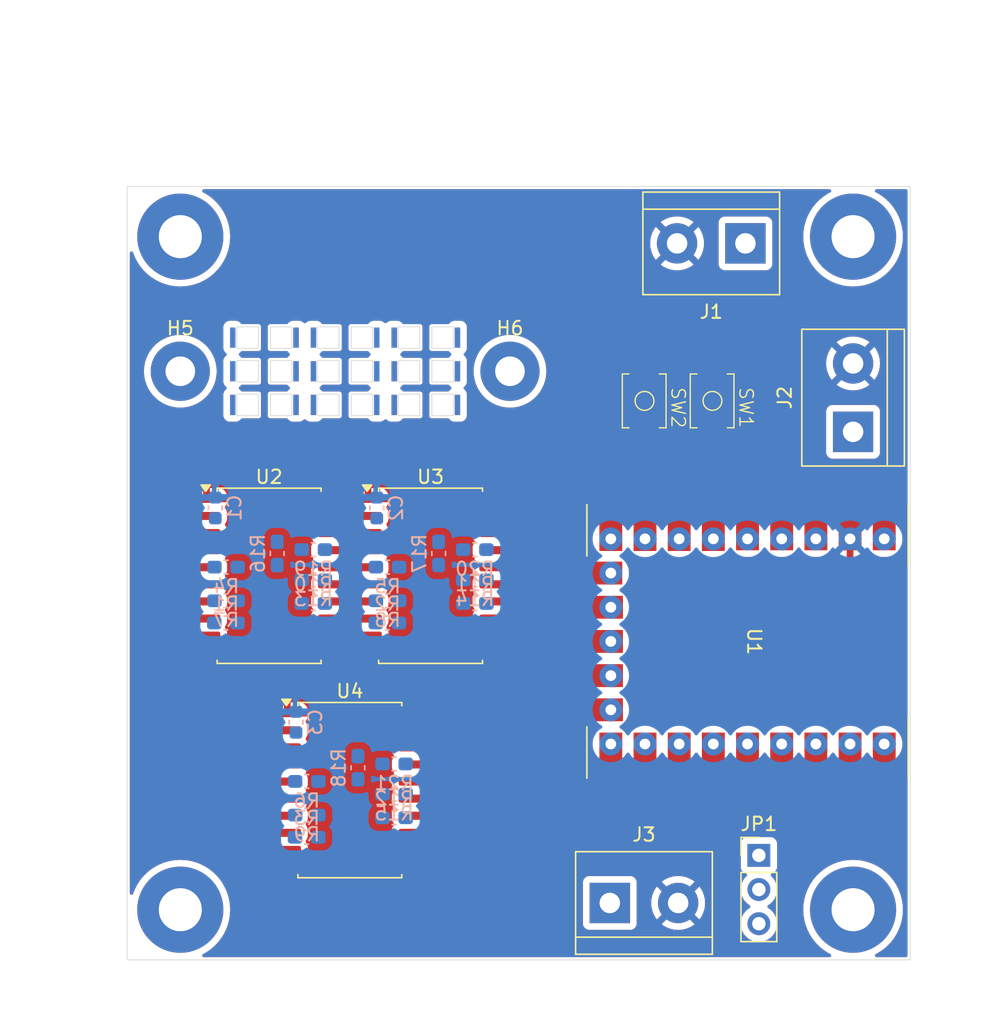
<source format=kicad_pcb>
(kicad_pcb (version 20240108) (generator "pcbnew") (generator_version "8.0")
  (layers (0 "F.Cu" signal) (31 "B.Cu" signal) (34 "B.Paste" user) (35 "F.Paste" user) (36 "B.SilkS" user "B.Silkscreen") (37 "F.SilkS" user "F.Silkscreen") (38 "B.Mask" user) (39 "F.Mask" user) (44 "Edge.Cuts" user))
  (net 0 "")
  (net 1 "GND")
  (net 2 "VDC")
  (net 3 "/Braille_Cell/DOT1_B")
  (net 4 "/Braille_Cell/DOT1_A")
  (net 5 "/Braille_Cell1/DOT1_A")
  (net 6 "/Braille_Cell1/DOT1_B")
  (net 7 "/Braille_Cell2/DOT1_B")
  (net 8 "/Braille_Cell2/DOT1_A")
  (net 9 "/Braille_Cell/DOT2_B")
  (net 10 "/Braille_Cell/DOT2_A")
  (net 11 "/Braille_Cell1/DOT2_A")
  (net 12 "/Braille_Cell1/DOT2_B")
  (net 13 "/Braille_Cell2/DOT2_A")
  (net 14 "/Braille_Cell2/DOT2_B")
  (net 15 "/Braille_Cell/DOT3_B")
  (net 16 "/Braille_Cell/DOT3_A")
  (net 17 "/Braille_Cell1/DOT3_B")
  (net 18 "/Braille_Cell1/DOT3_A")
  (net 19 "/Braille_Cell2/DOT3_A")
  (net 20 "/Braille_Cell2/DOT3_B")
  (net 21 "/Braille_Cell/DOT6_B")
  (net 22 "/Braille_Cell/DOT6_A")
  (net 23 "/Braille_Cell1/DOT6_A")
  (net 24 "/Braille_Cell1/DOT6_B")
  (net 25 "/Braille_Cell2/DOT6_A")
  (net 26 "/Braille_Cell2/DOT6_B")
  (net 27 "+5V")
  (net 28 "+3V3")
  (net 29 "Net-(J3-Pin_1)")
  (net 30 "Net-(U2-~{SRCLR})")
  (net 31 "Net-(U3-~{SRCLR})")
  (net 32 "Net-(U4-~{SRCLR})")
  (net 37 "/SHIFT_G")
  (net 42 "/SHIFT_SRCK")
  (net 50 "/SHIFT_SER_IN")
  (net 52 "/SHIFT_RCLK")
  (net 65 "/Braille_Cell/SER_OUT")
  (net 66 "/Braille_Cell1/SER_OUT")
  (net 67 "/Braille_Cell2/SER_OUT")
  (net 74 "Net-(L1-Pad2)")
  (net 75 "Net-(L2-Pad2)")
  (net 76 "Net-(L3-Pad2)")
  (net 77 "Net-(L4-Pad2)")
  (net 78 "Net-(L5-Pad2)")
  (net 79 "Net-(L6-Pad2)")
  (net 80 "Net-(L7-Pad2)")
  (net 81 "Net-(L8-Pad2)")
  (net 82 "Net-(L9-Pad2)")
  (net 83 "Net-(L10-Pad2)")
  (net 84 "Net-(L11-Pad2)")
  (net 85 "Net-(L12-Pad2)")
  (net 86 "Net-(L13-Pad2)")
  (net 87 "Net-(L14-Pad2)")
  (net 88 "Net-(L15-Pad2)")
  (net 89 "Net-(L16-Pad2)")
  (net 90 "Net-(L17-Pad2)")
  (net 91 "Net-(L18-Pad2)")
  (net 92 "/SW_1")
  (net 93 "/SW_2")
  (footprint "00-project-footprint-lib:Inductor_0805_2012Metric_SMD_Vertical_Square" (layer "F.Cu") (at 102.5 105)
    (property "Reference" "L6" (hide yes))
    (property "Value" "L" (hide yes))
    (fp_rect (start -0.8 -0.8) (end 0.8 0.8) (stroke (width 0.05)) (fill none) (layer "Edge.Cuts"))
    (pad "1" smd rect (at 1.1 0) (size 0.4 1.5) (layers "F.Cu" "F.Paste" "F.Mask") (net 22 "/Braille_Cell/DOT6_A"))
    (pad "2" smd rect (at 1.1 0) (size 0.4 1.5) (layers "B.Cu" "B.Paste" "B.Mask") (net 79 "Net-(L6-Pad2)"))
  )
  (footprint "00-project-footprint-lib:Inductor_0805_2012Metric_SMD_Vertical_Square" (layer "F.Cu") (at 112 102.5 180)
    (property "Reference" "L8" (hide yes))
    (property "Value" "L" (hide yes))
    (fp_rect (start -0.8 -0.8) (end 0.8 0.8) (stroke (width 0.05)) (fill none) (layer "Edge.Cuts"))
    (pad "1" smd rect (at 1.1 0 180) (size 0.4 1.5) (layers "F.Cu" "F.Paste" "F.Mask") (net 11 "/Braille_Cell1/DOT2_A"))
    (pad "2" smd rect (at 1.1 0 180) (size 0.4 1.5) (layers "B.Cu" "B.Paste" "B.Mask") (net 81 "Net-(L8-Pad2)"))
  )
  (footprint "00-project-footprint-lib:Inductor_0805_2012Metric_SMD_Vertical_Square" (layer "F.Cu") (at 106 105 180)
    (property "Reference" "L15" (hide yes))
    (property "Value" "L" (hide yes))
    (fp_rect (start -0.8 -0.8) (end 0.8 0.8) (stroke (width 0.05)) (fill none) (layer "Edge.Cuts"))
    (pad "1" smd rect (at 1.1 0 180) (size 0.4 1.5) (layers "F.Cu" "F.Paste" "F.Mask") (net 19 "/Braille_Cell2/DOT3_A"))
    (pad "2" smd rect (at 1.1 0 180) (size 0.4 1.5) (layers "B.Cu" "B.Paste" "B.Mask") (net 88 "Net-(L15-Pad2)"))
  )
  (footprint "00-project-footprint-lib:PushButtonSMD_2.93x3.9" (layer "F.Cu") (at 129.5 104.7 -90)
    (property "Reference" "SW2" (at 0.5 -2.5 -90) (layer "F.SilkS") (effects (font (thickness 0.1))))
    (property "Value" "SW_Push")
    (pad "1" smd roundrect (at -2 0 270) (size 2.286 2) (layers "F.Cu" "F.Paste" "F.Mask") (net 1 "GND"))
    (pad "2" smd roundrect (at 2 0 270) (size 2.286 2) (layers "F.Cu" "F.Paste" "F.Mask") (net 93 "/SW_2"))
  )
  (footprint "Connector_PinHeader_2.54mm:PinHeader_1x03_P2.54mm_Vertical" (layer "F.Cu") (at 138 138.46)
    (property "Reference" "JP1" (at 0 -2.33 0) (layer "F.SilkS"))
    (property "Value" "SolderJumper_3_Open")
    (pad "1" thru_hole rect (at 0 0) (size 1.7 1.7) (drill 1) (layers "*.Cu" "*.Mask") (net 27 "+5V"))
    (pad "2" thru_hole oval (at 0 2.54) (size 1.7 1.7) (drill 1) (layers "*.Cu" "*.Mask") (net 2 "VDC"))
    (pad "3" thru_hole oval (at 0 5.08) (size 1.7 1.7) (drill 1) (layers "*.Cu" "*.Mask") (net 29 "Net-(J3-Pin_1)"))
  )
  (footprint "Package_SO:SOIC-20W_7.5x12.8mm_P1.27mm" (layer "F.Cu") (at 101.6 117.695)
    (property "Reference" "U2" (at 0 -7.35 0) (layer "F.SilkS"))
    (property "Value" "TPIC6595")
    (pad "1" smd roundrect (at -4.65 -5.715) (size 2.05 0.6) (layers "F.Cu" "F.Paste" "F.Mask") (net 1 "GND"))
    (pad "2" smd roundrect (at -4.65 -4.445) (size 2.05 0.6) (layers "F.Cu" "F.Paste" "F.Mask") (net 2 "VDC"))
    (pad "3" smd roundrect (at -4.65 -3.175) (size 2.05 0.6) (layers "F.Cu" "F.Paste" "F.Mask") (net 50 "/SHIFT_SER_IN"))
    (pad "4" smd roundrect (at -4.65 -1.905) (size 2.05 0.6) (layers "F.Cu" "F.Paste" "F.Mask") (net 4 "/Braille_Cell/DOT1_A"))
    (pad "5" smd roundrect (at -4.65 -0.635) (size 2.05 0.6) (layers "F.Cu" "F.Paste" "F.Mask") (net 3 "/Braille_Cell/DOT1_B"))
    (pad "6" smd roundrect (at -4.65 0.635) (size 2.05 0.6) (layers "F.Cu" "F.Paste" "F.Mask") (net 10 "/Braille_Cell/DOT2_A"))
    (pad "7" smd roundrect (at -4.65 1.905) (size 2.05 0.6) (layers "F.Cu" "F.Paste" "F.Mask") (net 9 "/Braille_Cell/DOT2_B"))
    (pad "8" smd roundrect (at -4.65 3.175) (size 2.05 0.6) (layers "F.Cu" "F.Paste" "F.Mask") (net 30 "Net-(U2-~{SRCLR})"))
    (pad "9" smd roundrect (at -4.65 4.445) (size 2.05 0.6) (layers "F.Cu" "F.Paste" "F.Mask") (net 37 "/SHIFT_G"))
    (pad "10" smd roundrect (at -4.65 5.715) (size 2.05 0.6) (layers "F.Cu" "F.Paste" "F.Mask") (net 1 "GND"))
    (pad "11" smd roundrect (at 4.65 5.715) (size 2.05 0.6) (layers "F.Cu" "F.Paste" "F.Mask") (net 1 "GND"))
    (pad "12" smd roundrect (at 4.65 4.445) (size 2.05 0.6) (layers "F.Cu" "F.Paste" "F.Mask") (net 52 "/SHIFT_RCLK"))
    (pad "13" smd roundrect (at 4.65 3.175) (size 2.05 0.6) (layers "F.Cu" "F.Paste" "F.Mask") (net 42 "/SHIFT_SRCK"))
    (pad "14" smd roundrect (at 4.65 1.905) (size 2.05 0.6) (layers "F.Cu" "F.Paste" "F.Mask") (net 15 "/Braille_Cell/DOT3_B"))
    (pad "15" smd roundrect (at 4.65 0.635) (size 2.05 0.6) (layers "F.Cu" "F.Paste" "F.Mask") (net 16 "/Braille_Cell/DOT3_A"))
    (pad "16" smd roundrect (at 4.65 -0.635) (size 2.05 0.6) (layers "F.Cu" "F.Paste" "F.Mask") (net 22 "/Braille_Cell/DOT6_A"))
    (pad "17" smd roundrect (at 4.65 -1.905) (size 2.05 0.6) (layers "F.Cu" "F.Paste" "F.Mask") (net 21 "/Braille_Cell/DOT6_B"))
    (pad "18" smd roundrect (at 4.65 -3.175) (size 2.05 0.6) (layers "F.Cu" "F.Paste" "F.Mask") (net 65 "/Braille_Cell/SER_OUT"))
    (pad "19" smd roundrect (at 4.65 -4.445) (size 2.05 0.6) (layers "F.Cu" "F.Paste" "F.Mask") (net 1 "GND"))
    (pad "20" smd roundrect (at 4.65 -5.715) (size 2.05 0.6) (layers "F.Cu" "F.Paste" "F.Mask") (net 1 "GND"))
  )
  (footprint "00-project-footprint-lib:Inductor_0805_2012Metric_SMD_Vertical_Square" (layer "F.Cu") (at 114.5 100)
    (property "Reference" "L10" (hide yes))
    (property "Value" "L" (hide yes))
    (fp_rect (start -0.8 -0.8) (end 0.8 0.8) (stroke (width 0.05)) (fill none) (layer "Edge.Cuts"))
    (pad "1" smd rect (at 1.1 0) (size 0.4 1.5) (layers "F.Cu" "F.Paste" "F.Mask") (net 17 "/Braille_Cell1/DOT3_B"))
    (pad "2" smd rect (at 1.1 0) (size 0.4 1.5) (layers "B.Cu" "B.Paste" "B.Mask") (net 83 "Net-(L10-Pad2)"))
  )
  (footprint "00-project-footprint-lib:Inductor_0805_2012Metric_SMD_Vertical_Square" (layer "F.Cu") (at 100 100 180)
    (property "Reference" "L1" (hide yes))
    (property "Value" "L" (hide yes))
    (fp_rect (start -0.8 -0.8) (end 0.8 0.8) (stroke (width 0.05)) (fill none) (layer "Edge.Cuts"))
    (pad "1" smd rect (at 1.1 0 180) (size 0.4 1.5) (layers "F.Cu" "F.Paste" "F.Mask") (net 4 "/Braille_Cell/DOT1_A"))
    (pad "2" smd rect (at 1.1 0 180) (size 0.4 1.5) (layers "B.Cu" "B.Paste" "B.Mask") (net 74 "Net-(L1-Pad2)"))
  )
  (footprint "TerminalBlock:TerminalBlock_bornier-2_P5.08mm" (layer "F.Cu") (at 137 93 180)
    (property "Reference" "J1" (at 2.54 -5.08 0) (layer "F.SilkS"))
    (property "Value" "Screw_Terminal_01x02")
    (pad "1" thru_hole rect (at 0 0 180) (size 3 3) (drill 1.52) (layers "*.Cu" "*.Mask") (net 27 "+5V"))
    (pad "2" thru_hole circle (at 5.08 0 180) (size 3 3) (drill 1.52) (layers "*.Cu" "*.Mask") (net 1 "GND"))
  )
  (footprint "00-project-footprint-lib:Inductor_0805_2012Metric_SMD_Vertical_Square" (layer "F.Cu") (at 102.5 100)
    (property "Reference" "L4" (hide yes))
    (property "Value" "L" (hide yes))
    (fp_rect (start -0.8 -0.8) (end 0.8 0.8) (stroke (width 0.05)) (fill none) (layer "Edge.Cuts"))
    (pad "1" smd rect (at 1.1 0) (size 0.4 1.5) (layers "F.Cu" "F.Paste" "F.Mask") (net 15 "/Braille_Cell/DOT3_B"))
    (pad "2" smd rect (at 1.1 0) (size 0.4 1.5) (layers "B.Cu" "B.Paste" "B.Mask") (net 77 "Net-(L4-Pad2)"))
  )
  (footprint "00-project-footprint-lib:Inductor_0805_2012Metric_SMD_Vertical_Square" (layer "F.Cu") (at 114.5 102.5)
    (property "Reference" "L11" (hide yes))
    (property "Value" "L" (hide yes))
    (fp_rect (start -0.8 -0.8) (end 0.8 0.8) (stroke (width 0.05)) (fill none) (layer "Edge.Cuts"))
    (pad "1" smd rect (at 1.1 0) (size 0.4 1.5) (layers "F.Cu" "F.Paste" "F.Mask") (net 17 "/Braille_Cell1/DOT3_B"))
    (pad "2" smd rect (at 1.1 0) (size 0.4 1.5) (layers "B.Cu" "B.Paste" "B.Mask") (net 84 "Net-(L11-Pad2)"))
  )
  (footprint "MountingHole:MountingHole_2.2mm_M2_Pad" (layer "F.Cu") (at 119.5 102.5)
    (property "Reference" "H6" (at 0 -3.2 0) (layer "F.SilkS"))
    (property "Value" "MountingHole_Pad")
    (pad "1" thru_hole circle (at 0 0) (size 4.4 4.4) (drill 2.2) (layers "*.Cu" "*.Mask"))
  )
  (footprint "MountingHole:MountingHole_2.2mm_M2_Pad" (layer "F.Cu") (at 95 102.5)
    (property "Reference" "H5" (at 0 -3.2 0) (layer "F.SilkS"))
    (property "Value" "MountingHole_Pad")
    (pad "1" thru_hole circle (at 0 0) (size 4.4 4.4) (drill 2.2) (layers "*.Cu" "*.Mask"))
  )
  (footprint "TerminalBlock:TerminalBlock_bornier-2_P5.08mm" (layer "F.Cu") (at 145 107 90)
    (property "Reference" "J2" (at 2.54 -5.08 90) (layer "F.SilkS"))
    (property "Value" "Screw_Terminal_01x02")
    (pad "1" thru_hole rect (at 0 0 90) (size 3 3) (drill 1.52) (layers "*.Cu" "*.Mask") (net 28 "+3V3"))
    (pad "2" thru_hole circle (at 5.08 0 90) (size 3 3) (drill 1.52) (layers "*.Cu" "*.Mask") (net 1 "GND"))
  )
  (footprint "00-project-footprint-lib:RP2040 Zero" (layer "F.Cu") (at 124.3285 112.41 -90)
    (property "Reference" "U1" (at 10.16 -13.327 -90) (layer "F.SilkS"))
    (property "Value" "RP2040-Zero")
    (pad "1" smd rect (at 1.64 -22.987 270) (size 3.5 1.7) (layers "F.Cu" "F.Mask") (net 27 "+5V"))
    (pad "1" thru_hole circle (at 2.54 -22.987 270) (size 1.7 1.7) (drill 0.8) (layers "*.Cu" "*.Mask") (net 27 "+5V"))
    (pad "2" smd rect (at 1.64 -20.447 270) (size 3.5 1.7) (layers "F.Cu" "F.Mask") (net 1 "GND"))
    (pad "2" thru_hole circle (at 2.54 -20.447 270) (size 1.7 1.7) (drill 0.8) (layers "*.Cu" "*.Mask") (net 1 "GND"))
    (pad "3" smd rect (at 1.64 -17.907 270) (size 3.5 1.7) (layers "F.Cu" "F.Mask") (net 28 "+3V3"))
    (pad "3" thru_hole circle (at 2.54 -17.907 270) (size 1.7 1.7) (drill 0.8) (layers "*.Cu" "*.Mask") (net 28 "+3V3"))
    (pad "4" smd rect (at 1.64 -15.367 270) (size 3.5 1.7) (layers "F.Cu" "F.Mask"))
    (pad "4" thru_hole circle (at 2.54 -15.367 270) (size 1.7 1.7) (drill 0.8) (layers "*.Cu" "*.Mask"))
    (pad "5" smd rect (at 1.64 -12.827 270) (size 3.5 1.7) (layers "F.Cu" "F.Mask") (net 92 "/SW_1"))
    (pad "5" thru_hole circle (at 2.54 -12.827 270) (size 1.7 1.7) (drill 0.8) (layers "*.Cu" "*.Mask") (net 92 "/SW_1"))
    (pad "6" smd rect (at 1.69 -10.287 270) (size 3.5 1.7) (layers "F.Cu" "F.Mask") (net 93 "/SW_2"))
    (pad "6" thru_hole circle (at 2.54 -10.287 270) (size 1.7 1.7) (drill 0.8) (layers "*.Cu" "*.Mask") (net 93 "/SW_2"))
    (pad "7" smd rect (at 1.69 -7.747 270) (size 3.5 1.7) (layers "F.Cu" "F.Mask"))
    (pad "7" thru_hole circle (at 2.54 -7.747 270) (size 1.7 1.7) (drill 0.8) (layers "*.Cu" "*.Mask"))
    (pad "8" smd rect (at 1.69 -5.207 270) (size 3.5 1.7) (layers "F.Cu" "F.Mask"))
    (pad "8" thru_hole circle (at 2.54 -5.207 270) (size 1.7 1.7) (drill 0.8) (layers "*.Cu" "*.Mask"))
    (pad "9" smd rect (at 1.69 -2.667 270) (size 3.5 1.7) (layers "F.Cu" "F.Mask"))
    (pad "9" thru_hole circle (at 2.54 -2.667 270) (size 1.7 1.7) (drill 0.8) (layers "*.Cu" "*.Mask"))
    (pad "10" thru_hole circle (at 17.78 -22.987 270) (size 1.7 1.7) (drill 0.8) (layers "*.Cu" "*.Mask"))
    (pad "10" smd rect (at 18.68 -22.987 270) (size 3.5 1.7) (layers "F.Cu" "F.Mask"))
    (pad "11" thru_hole circle (at 17.78 -20.447 270) (size 1.7 1.7) (drill 0.8) (layers "*.Cu" "*.Mask"))
    (pad "11" smd rect (at 18.68 -20.447 270) (size 3.5 1.7) (layers "F.Cu" "F.Mask"))
    (pad "12" thru_hole circle (at 17.78 -17.907 270) (size 1.7 1.7) (drill 0.8) (layers "*.Cu" "*.Mask") (net 50 "/SHIFT_SER_IN"))
    (pad "12" smd rect (at 18.68 -17.907 270) (size 3.5 1.7) (layers "F.Cu" "F.Mask") (net 50 "/SHIFT_SER_IN"))
    (pad "13" thru_hole circle (at 17.78 -15.367 270) (size 1.7 1.7) (drill 0.8) (layers "*.Cu" "*.Mask") (net 42 "/SHIFT_SRCK"))
    (pad "13" smd rect (at 18.68 -15.367 270) (size 3.5 1.7) (layers "F.Cu" "F.Mask") (net 42 "/SHIFT_SRCK"))
    (pad "14" thru_hole circle (at 17.78 -12.827 270) (size 1.7 1.7) (drill 0.8) (layers "*.Cu" "*.Mask") (net 52 "/SHIFT_RCLK"))
    (pad "14" smd rect (at 18.68 -12.827 270) (size 3.5 1.7) (layers "F.Cu" "F.Mask") (net 52 "/SHIFT_RCLK"))
    (pad "15" thru_hole circle (at 17.78 -10.287 270) (size 1.7 1.7) (drill 0.8) (layers "*.Cu" "*.Mask") (net 37 "/SHIFT_G"))
    (pad "15" smd rect (at 18.68 -10.287 270) (size 3.5 1.7) (layers "F.Cu" "F.Mask") (net 37 "/SHIFT_G"))
    (pad "16" thru_hole circle (at 17.78 -7.747 270) (size 1.7 1.7) (drill 0.8) (layers "*.Cu" "*.Mask"))
    (pad "16" smd rect (at 18.68 -7.747 270) (size 3.5 1.7) (layers "F.Cu" "F.Mask"))
    (pad "17" thru_hole circle (at 17.78 -5.207 270) (size 1.7 1.7) (drill 0.8) (layers "*.Cu" "*.Mask"))
    (pad "17" smd rect (at 18.68 -5.207 270) (size 3.5 1.7) (layers "F.Cu" "F.Mask"))
    (pad "18" thru_hole circle (at 17.78 -2.667 270) (size 1.7 1.7) (drill 0.8) (layers "*.Cu" "*.Mask"))
    (pad "18" smd rect (at 18.68 -2.667 270) (size 3.5 1.7) (layers "F.Cu" "F.Mask"))
    (pad "19" thru_hole circle (at 5.08 -2.667 270) (size 1.7 1.7) (drill 0.8) (layers "*.Cu" "*.Mask"))
    (pad "19" smd rect (at 5.08 -1.767) (size 3.5 1.7) (layers "F.Cu" "F.Mask"))
    (pad "20" thru_hole circle (at 7.62 -2.667 270) (size 1.7 1.7) (drill 0.8) (layers "*.Cu" "*.Mask"))
    (pad "20" smd rect (at 7.62 -1.817) (size 3.5 1.7) (layers "F.Cu" "F.Mask"))
    (pad "21" thru_hole circle (at 10.16 -2.667 270) (size 1.7 1.7) (drill 0.8) (layers "*.Cu" "*.Mask"))
    (pad "21" smd rect (at 10.16 -1.817) (size 3.5 1.7) (layers "F.Cu" "F.Mask"))
    (pad "22" thru_hole circle (at 12.7 -2.667 270) (size 1.7 1.7) (drill 0.8) (layers "*.Cu" "*.Mask"))
    (pad "22" smd rect (at 12.7 -1.817) (size 3.5 1.7) (layers "F.Cu" "F.Mask"))
    (pad "23" thru_hole circle (at 15.24 -2.667 270) (size 1.7 1.7) (drill 0.8) (layers "*.Cu" "*.Mask"))
    (pad "23" smd rect (at 15.24 -1.817) (size 3.5 1.7) (layers "F.Cu" "F.Mask"))
  )
  (footprint "00-project-footprint-lib:Inductor_0805_2012Metric_SMD_Vertical_Square" (layer "F.Cu") (at 108.5 105)
    (property "Reference" "L18" (hide yes))
    (property "Value" "L" (hide yes))
    (fp_rect (start -0.8 -0.8) (end 0.8 0.8) (stroke (width 0.05)) (fill none) (layer "Edge.Cuts"))
    (pad "1" smd rect (at 1.1 0) (size 0.4 1.5) (layers "F.Cu" "F.Paste" "F.Mask") (net 25 "/Braille_Cell2/DOT6_A"))
    (pad "2" smd rect (at 1.1 0) (size 0.4 1.5) (layers "B.Cu" "B.Paste" "B.Mask") (net 91 "Net-(L18-Pad2)"))
  )
  (footprint "00-project-footprint-lib:Inductor_0805_2012Metric_SMD_Vertical_Square" (layer "F.Cu") (at 108.5 102.5)
    (property "Reference" "L17" (hide yes))
    (property "Value" "L" (hide yes))
    (fp_rect (start -0.8 -0.8) (end 0.8 0.8) (stroke (width 0.05)) (fill none) (layer "Edge.Cuts"))
    (pad "1" smd rect (at 1.1 0) (size 0.4 1.5) (layers "F.Cu" "F.Paste" "F.Mask") (net 20 "/Braille_Cell2/DOT3_B"))
    (pad "2" smd rect (at 1.1 0) (size 0.4 1.5) (layers "B.Cu" "B.Paste" "B.Mask") (net 90 "Net-(L17-Pad2)"))
  )
  (footprint "TerminalBlock:TerminalBlock_bornier-2_P5.08mm" (layer "F.Cu") (at 126.92 142)
    (property "Reference" "J3" (at 2.54 -5.08 0) (layer "F.SilkS"))
    (property "Value" "Screw_Terminal_01x02")
    (pad "1" thru_hole rect (at 0 0) (size 3 3) (drill 1.52) (layers "*.Cu" "*.Mask") (net 29 "Net-(J3-Pin_1)"))
    (pad "2" thru_hole circle (at 5.08 0) (size 3 3) (drill 1.52) (layers "*.Cu" "*.Mask") (net 1 "GND"))
  )
  (footprint "Package_SO:SOIC-20W_7.5x12.8mm_P1.27mm" (layer "F.Cu") (at 107.6 133.615)
    (property "Reference" "U4" (at 0 -7.35 0) (layer "F.SilkS"))
    (property "Value" "TPIC6595")
    (pad "1" smd roundrect (at -4.65 -5.715) (size 2.05 0.6) (layers "F.Cu" "F.Paste" "F.Mask") (net 1 "GND"))
    (pad "2" smd roundrect (at -4.65 -4.445) (size 2.05 0.6) (layers "F.Cu" "F.Paste" "F.Mask") (net 2 "VDC"))
    (pad "3" smd roundrect (at -4.65 -3.175) (size 2.05 0.6) (layers "F.Cu" "F.Paste" "F.Mask") (net 66 "/Braille_Cell1/SER_OUT"))
    (pad "4" smd roundrect (at -4.65 -1.905) (size 2.05 0.6) (layers "F.Cu" "F.Paste" "F.Mask") (net 8 "/Braille_Cell2/DOT1_A"))
    (pad "5" smd roundrect (at -4.65 -0.635) (size 2.05 0.6) (layers "F.Cu" "F.Paste" "F.Mask") (net 7 "/Braille_Cell2/DOT1_B"))
    (pad "6" smd roundrect (at -4.65 0.635) (size 2.05 0.6) (layers "F.Cu" "F.Paste" "F.Mask") (net 13 "/Braille_Cell2/DOT2_A"))
    (pad "7" smd roundrect (at -4.65 1.905) (size 2.05 0.6) (layers "F.Cu" "F.Paste" "F.Mask") (net 14 "/Braille_Cell2/DOT2_B"))
    (pad "8" smd roundrect (at -4.65 3.175) (size 2.05 0.6) (layers "F.Cu" "F.Paste" "F.Mask") (net 32 "Net-(U4-~{SRCLR})"))
    (pad "9" smd roundrect (at -4.65 4.445) (size 2.05 0.6) (layers "F.Cu" "F.Paste" "F.Mask") (net 37 "/SHIFT_G"))
    (pad "10" smd roundrect (at -4.65 5.715) (size 2.05 0.6) (layers "F.Cu" "F.Paste" "F.Mask") (net 1 "GND"))
    (pad "11" smd roundrect (at 4.65 5.715) (size 2.05 0.6) (layers "F.Cu" "F.Paste" "F.Mask") (net 1 "GND"))
    (pad "12" smd roundrect (at 4.65 4.445) (size 2.05 0.6) (layers "F.Cu" "F.Paste" "F.Mask") (net 52 "/SHIFT_RCLK"))
    (pad "13" smd roundrect (at 4.65 3.175) (size 2.05 0.6) (layers "F.Cu" "F.Paste" "F.Mask") (net 42 "/SHIFT_SRCK"))
    (pad "14" smd roundrect (at 4.65 1.905) (size 2.05 0.6) (layers "F.Cu" "F.Paste" "F.Mask") (net 20 "/Braille_Cell2/DOT3_B"))
    (pad "15" smd roundrect (at 4.65 0.635) (size 2.05 0.6) (layers "F.Cu" "F.Paste" "F.Mask") (net 19 "/Braille_Cell2/DOT3_A"))
    (pad "16" smd roundrect (at 4.65 -0.635) (size 2.05 0.6) (layers "F.Cu" "F.Paste" "F.Mask") (net 25 "/Braille_Cell2/DOT6_A"))
    (pad "17" smd roundrect (at 4.65 -1.905) (size 2.05 0.6) (layers "F.Cu" "F.Paste" "F.Mask") (net 26 "/Braille_Cell2/DOT6_B"))
    (pad "18" smd roundrect (at 4.65 -3.175) (size 2.05 0.6) (layers "F.Cu" "F.Paste" "F.Mask") (net 67 "/Braille_Cell2/SER_OUT"))
    (pad "19" smd roundrect (at 4.65 -4.445) (size 2.05 0.6) (layers "F.Cu" "F.Paste" "F.Mask") (net 1 "GND"))
    (pad "20" smd roundrect (at 4.65 -5.715) (size 2.05 0.6) (layers "F.Cu" "F.Paste" "F.Mask") (net 1 "GND"))
  )
  (footprint "00-project-footprint-lib:Inductor_0805_2012Metric_SMD_Vertical_Square" (layer "F.Cu") (at 108.5 100)
    (property "Reference" "L16" (hide yes))
    (property "Value" "L" (hide yes))
    (fp_rect (start -0.8 -0.8) (end 0.8 0.8) (stroke (width 0.05)) (fill none) (layer "Edge.Cuts"))
    (pad "1" smd rect (at 1.1 0) (size 0.4 1.5) (layers "F.Cu" "F.Paste" "F.Mask") (net 20 "/Braille_Cell2/DOT3_B"))
    (pad "2" smd rect (at 1.1 0) (size 0.4 1.5) (layers "B.Cu" "B.Paste" "B.Mask") (net 89 "Net-(L16-Pad2)"))
  )
  (footprint "00-project-footprint-lib:Inductor_0805_2012Metric_SMD_Vertical_Square" (layer "F.Cu") (at 114.5 105)
    (property "Reference" "L12" (hide yes))
    (property "Value" "L" (hide yes))
    (fp_rect (start -0.8 -0.8) (end 0.8 0.8) (stroke (width 0.05)) (fill none) (layer "Edge.Cuts"))
    (pad "1" smd rect (at 1.1 0) (size 0.4 1.5) (layers "F.Cu" "F.Paste" "F.Mask") (net 23 "/Braille_Cell1/DOT6_A"))
    (pad "2" smd rect (at 1.1 0) (size 0.4 1.5) (layers "B.Cu" "B.Paste" "B.Mask") (net 85 "Net-(L12-Pad2)"))
  )
  (footprint "MountingHole:MountingHole_3.2mm_M3_Pad" (layer "F.Cu") (at 95 92.5)
    (property "Reference" "H1" (hide yes))
    (property "Value" "MountingHole_Pad")
    (pad "1" thru_hole circle (at 0 0) (size 6.4 6.4) (drill 3.2) (layers "*.Cu" "*.Mask"))
  )
  (footprint "00-project-footprint-lib:Inductor_0805_2012Metric_SMD_Vertical_Square" (layer "F.Cu") (at 100 105 180)
    (property "Reference" "L3" (hide yes))
    (property "Value" "L" (hide yes))
    (fp_rect (start -0.8 -0.8) (end 0.8 0.8) (stroke (width 0.05)) (fill none) (layer "Edge.Cuts"))
    (pad "1" smd rect (at 1.1 0 180) (size 0.4 1.5) (layers "F.Cu" "F.Paste" "F.Mask") (net 16 "/Braille_Cell/DOT3_A"))
    (pad "2" smd rect (at 1.1 0 180) (size 0.4 1.5) (layers "B.Cu" "B.Paste" "B.Mask") (net 76 "Net-(L3-Pad2)"))
  )
  (footprint "Package_SO:SOIC-20W_7.5x12.8mm_P1.27mm" (layer "F.Cu") (at 113.6 117.695)
    (property "Reference" "U3" (at 0 -7.35 0) (layer "F.SilkS"))
    (property "Value" "TPIC6595")
    (pad "1" smd roundrect (at -4.65 -5.715) (size 2.05 0.6) (layers "F.Cu" "F.Paste" "F.Mask") (net 1 "GND"))
    (pad "2" smd roundrect (at -4.65 -4.445) (size 2.05 0.6) (layers "F.Cu" "F.Paste" "F.Mask") (net 2 "VDC"))
    (pad "3" smd roundrect (at -4.65 -3.175) (size 2.05 0.6) (layers "F.Cu" "F.Paste" "F.Mask") (net 65 "/Braille_Cell/SER_OUT"))
    (pad "4" smd roundrect (at -4.65 -1.905) (size 2.05 0.6) (layers "F.Cu" "F.Paste" "F.Mask") (net 5 "/Braille_Cell1/DOT1_A"))
    (pad "5" smd roundrect (at -4.65 -0.635) (size 2.05 0.6) (layers "F.Cu" "F.Paste" "F.Mask") (net 6 "/Braille_Cell1/DOT1_B"))
    (pad "6" smd roundrect (at -4.65 0.635) (size 2.05 0.6) (layers "F.Cu" "F.Paste" "F.Mask") (net 11 "/Braille_Cell1/DOT2_A"))
    (pad "7" smd roundrect (at -4.65 1.905) (size 2.05 0.6) (layers "F.Cu" "F.Paste" "F.Mask") (net 12 "/Braille_Cell1/DOT2_B"))
    (pad "8" smd roundrect (at -4.65 3.175) (size 2.05 0.6) (layers "F.Cu" "F.Paste" "F.Mask") (net 31 "Net-(U3-~{SRCLR})"))
    (pad "9" smd roundrect (at -4.65 4.445) (size 2.05 0.6) (layers "F.Cu" "F.Paste" "F.Mask") (net 37 "/SHIFT_G"))
    (pad "10" smd roundrect (at -4.65 5.715) (size 2.05 0.6) (layers "F.Cu" "F.Paste" "F.Mask") (net 1 "GND"))
    (pad "11" smd roundrect (at 4.65 5.715) (size 2.05 0.6) (layers "F.Cu" "F.Paste" "F.Mask") (net 1 "GND"))
    (pad "12" smd roundrect (at 4.65 4.445) (size 2.05 0.6) (layers "F.Cu" "F.Paste" "F.Mask") (net 52 "/SHIFT_RCLK"))
    (pad "13" smd roundrect (at 4.65 3.175) (size 2.05 0.6) (layers "F.Cu" "F.Paste" "F.Mask") (net 42 "/SHIFT_SRCK"))
    (pad "14" smd roundrect (at 4.65 1.905) (size 2.05 0.6) (layers "F.Cu" "F.Paste" "F.Mask") (net 17 "/Braille_Cell1/DOT3_B"))
    (pad "15" smd roundrect (at 4.65 0.635) (size 2.05 0.6) (layers "F.Cu" "F.Paste" "F.Mask") (net 18 "/Braille_Cell1/DOT3_A"))
    (pad "16" smd roundrect (at 4.65 -0.635) (size 2.05 0.6) (layers "F.Cu" "F.Paste" "F.Mask") (net 23 "/Braille_Cell1/DOT6_A"))
    (pad "17" smd roundrect (at 4.65 -1.905) (size 2.05 0.6) (layers "F.Cu" "F.Paste" "F.Mask") (net 24 "/Braille_Cell1/DOT6_B"))
    (pad "18" smd roundrect (at 4.65 -3.175) (size 2.05 0.6) (layers "F.Cu" "F.Paste" "F.Mask") (net 66 "/Braille_Cell1/SER_OUT"))
    (pad "19" smd roundrect (at 4.65 -4.445) (size 2.05 0.6) (layers "F.Cu" "F.Paste" "F.Mask") (net 1 "GND"))
    (pad "20" smd roundrect (at 4.65 -5.715) (size 2.05 0.6) (layers "F.Cu" "F.Paste" "F.Mask") (net 1 "GND"))
  )
  (footprint "MountingHole:MountingHole_3.2mm_M3_Pad" (layer "F.Cu") (at 145 142.5)
    (property "Reference" "H4" (hide yes))
    (property "Value" "MountingHole_Pad")
    (pad "1" thru_hole circle (at 0 0) (size 6.4 6.4) (drill 3.2) (layers "*.Cu" "*.Mask"))
  )
  (footprint "00-project-footprint-lib:Inductor_0805_2012Metric_SMD_Vertical_Square" (layer "F.Cu") (at 100 102.5 180)
    (property "Reference" "L2" (hide yes))
    (property "Value" "L" (hide yes))
    (fp_rect (start -0.8 -0.8) (end 0.8 0.8) (stroke (width 0.05)) (fill none) (layer "Edge.Cuts"))
    (pad "1" smd rect (at 1.1 0 180) (size 0.4 1.5) (layers "F.Cu" "F.Paste" "F.Mask") (net 10 "/Braille_Cell/DOT2_A"))
    (pad "2" smd rect (at 1.1 0 180) (size 0.4 1.5) (layers "B.Cu" "B.Paste" "B.Mask") (net 75 "Net-(L2-Pad2)"))
  )
  (footprint "00-project-footprint-lib:Inductor_0805_2012Metric_SMD_Vertical_Square" (layer "F.Cu") (at 106 102.5 180)
    (property "Reference" "L14" (hide yes))
    (property "Value" "L" (hide yes))
    (fp_rect (start -0.8 -0.8) (end 0.8 0.8) (stroke (width 0.05)) (fill none) (layer "Edge.Cuts"))
    (pad "1" smd rect (at 1.1 0 180) (size 0.4 1.5) (layers "F.Cu" "F.Paste" "F.Mask") (net 13 "/Braille_Cell2/DOT2_A"))
    (pad "2" smd rect (at 1.1 0 180) (size 0.4 1.5) (layers "B.Cu" "B.Paste" "B.Mask") (net 87 "Net-(L14-Pad2)"))
  )
  (footprint "MountingHole:MountingHole_3.2mm_M3_Pad" (layer "F.Cu") (at 95 142.5)
    (property "Reference" "H3" (hide yes))
    (property "Value" "MountingHole_Pad")
    (pad "1" thru_hole circle (at 0 0) (size 6.4 6.4) (drill 3.2) (layers "*.Cu" "*.Mask"))
  )
  (footprint "00-project-footprint-lib:Inductor_0805_2012Metric_SMD_Vertical_Square" (layer "F.Cu") (at 112 105 180)
    (property "Reference" "L9" (hide yes))
    (property "Value" "L" (hide yes))
    (fp_rect (start -0.8 -0.8) (end 0.8 0.8) (stroke (width 0.05)) (fill none) (layer "Edge.Cuts"))
    (pad "1" smd rect (at 1.1 0 180) (size 0.4 1.5) (layers "F.Cu" "F.Paste" "F.Mask") (net 18 "/Braille_Cell1/DOT3_A"))
    (pad "2" smd rect (at 1.1 0 180) (size 0.4 1.5) (layers "B.Cu" "B.Paste" "B.Mask") (net 82 "Net-(L9-Pad2)"))
  )
  (footprint "00-project-footprint-lib:Inductor_0805_2012Metric_SMD_Vertical_Square" (layer "F.Cu") (at 106 100 180)
    (property "Reference" "L13" (hide yes))
    (property "Value" "L" (hide yes))
    (fp_rect (start -0.8 -0.8) (end 0.8 0.8) (stroke (width 0.05)) (fill none) (layer "Edge.Cuts"))
    (pad "1" smd rect (at 1.1 0 180) (size 0.4 1.5) (layers "F.Cu" "F.Paste" "F.Mask") (net 8 "/Braille_Cell2/DOT1_A"))
    (pad "2" smd rect (at 1.1 0 180) (size 0.4 1.5) (layers "B.Cu" "B.Paste" "B.Mask") (net 86 "Net-(L13-Pad2)"))
  )
  (footprint "00-project-footprint-lib:Inductor_0805_2012Metric_SMD_Vertical_Square" (layer "F.Cu") (at 112 100 180)
    (property "Reference" "L7" (hide yes))
    (property "Value" "L" (hide yes))
    (fp_rect (start -0.8 -0.8) (end 0.8 0.8) (stroke (width 0.05)) (fill none) (layer "Edge.Cuts"))
    (pad "1" smd rect (at 1.1 0 180) (size 0.4 1.5) (layers "F.Cu" "F.Paste" "F.Mask") (net 5 "/Braille_Cell1/DOT1_A"))
    (pad "2" smd rect (at 1.1 0 180) (size 0.4 1.5) (layers "B.Cu" "B.Paste" "B.Mask") (net 80 "Net-(L7-Pad2)"))
  )
  (footprint "00-project-footprint-lib:Inductor_0805_2012Metric_SMD_Vertical_Square" (layer "F.Cu") (at 102.5 102.5)
    (property "Reference" "L5" (hide yes))
    (property "Value" "L" (hide yes))
    (fp_rect (start -0.8 -0.8) (end 0.8 0.8) (stroke (width 0.05)) (fill none) (layer "Edge.Cuts"))
    (pad "1" smd rect (at 1.1 0) (size 0.4 1.5) (layers "F.Cu" "F.Paste" "F.Mask") (net 15 "/Braille_Cell/DOT3_B"))
    (pad "2" smd rect (at 1.1 0) (size 0.4 1.5) (layers "B.Cu" "B.Paste" "B.Mask") (net 78 "Net-(L5-Pad2)"))
  )
  (footprint "MountingHole:MountingHole_3.2mm_M3_Pad" (layer "F.Cu") (at 145 92.5)
    (property "Reference" "H2" (hide yes))
    (property "Value" "MountingHole_Pad")
    (pad "1" thru_hole circle (at 0 0) (size 6.4 6.4) (drill 3.2) (layers "*.Cu" "*.Mask"))
  )
  (footprint "00-project-footprint-lib:PushButtonSMD_2.93x3.9" (layer "F.Cu") (at 134.55 104.7 -90)
    (property "Reference" "SW1" (at 0.5 -2.5 -90) (layer "F.SilkS") (effects (font (thickness 0.1))))
    (property "Value" "SW_Push")
    (pad "1" smd roundrect (at -2 0 270) (size 2.286 2) (layers "F.Cu" "F.Paste" "F.Mask") (net 1 "GND"))
    (pad "2" smd roundrect (at 2 0 270) (size 2.286 2) (layers "F.Cu" "F.Paste" "F.Mask") (net 92 "/SW_1"))
  )
  (footprint "Capacitor_SMD:C_0603_1608Metric_Pad1.08x0.95mm_HandSolder" (layer "B.Cu") (at 110.4 117.05)
    (property "Reference" "R5" (at 0 1.43 0) (layer "B.SilkS") (effects (justify mirror)))
    (property "Value" "20")
    (pad "1" smd roundrect (at -0.8625 0) (size 1.075 0.95) (layers "B.Cu" "B.Paste" "B.Mask") (net 6 "/Braille_Cell1/DOT1_B"))
    (pad "2" smd roundrect (at 0.8625 0) (size 1.075 0.95) (layers "B.Cu" "B.Paste" "B.Mask") (net 80 "Net-(L7-Pad2)"))
  )
  (footprint "Capacitor_SMD:C_0603_1608Metric_Pad1.08x0.95mm_HandSolder" (layer "B.Cu") (at 104.8875 119.75 180)
    (property "Reference" "R10" (at 0 1.43 0) (layer "B.SilkS") (effects (justify mirror)))
    (property "Value" "20")
    (pad "1" smd roundrect (at -0.8625 0 180) (size 1.075 0.95) (layers "B.Cu" "B.Paste" "B.Mask") (net 15 "/Braille_Cell/DOT3_B"))
    (pad "2" smd roundrect (at 0.8625 0 180) (size 1.075 0.95) (layers "B.Cu" "B.Paste" "B.Mask") (net 76 "Net-(L3-Pad2)"))
  )
  (footprint "Capacitor_SMD:C_0603_1608Metric_Pad1.08x0.95mm_HandSolder" (layer "B.Cu") (at 114.2 116.0375 -90)
    (property "Reference" "R17" (at 0 1.43 90) (layer "B.SilkS") (effects (justify mirror)))
    (property "Value" "20")
    (pad "1" smd roundrect (at -0.8625 0 270) (size 1.075 0.95) (layers "B.Cu" "B.Paste" "B.Mask") (net 84 "Net-(L11-Pad2)"))
    (pad "2" smd roundrect (at 0.8625 0 270) (size 1.075 0.95) (layers "B.Cu" "B.Paste" "B.Mask") (net 18 "/Braille_Cell1/DOT3_A"))
  )
  (footprint "Capacitor_SMD:C_0603_1608Metric_Pad1.08x0.95mm_HandSolder" (layer "B.Cu") (at 104.4 132.97)
    (property "Reference" "R6" (at 0 1.43 0) (layer "B.SilkS") (effects (justify mirror)))
    (property "Value" "20")
    (pad "1" smd roundrect (at -0.8625 0) (size 1.075 0.95) (layers "B.Cu" "B.Paste" "B.Mask") (net 7 "/Braille_Cell2/DOT1_B"))
    (pad "2" smd roundrect (at 0.8625 0) (size 1.075 0.95) (layers "B.Cu" "B.Paste" "B.Mask") (net 86 "Net-(L13-Pad2)"))
  )
  (footprint "Capacitor_SMD:C_0603_1608Metric_Pad1.08x0.95mm_HandSolder" (layer "B.Cu") (at 104.3875 137.12 180)
    (property "Reference" "R3" (at 0 1.43 0) (layer "B.SilkS") (effects (justify mirror)))
    (property "Value" "10k")
    (pad "1" smd roundrect (at -0.8625 0 180) (size 1.075 0.95) (layers "B.Cu" "B.Paste" "B.Mask") (net 2 "VDC"))
    (pad "2" smd roundrect (at 0.8625 0 180) (size 1.075 0.95) (layers "B.Cu" "B.Paste" "B.Mask") (net 32 "Net-(U4-~{SRCLR})"))
  )
  (footprint "Capacitor_SMD:C_0603_1608Metric_Pad1.08x0.95mm_HandSolder" (layer "B.Cu") (at 98.4 119.55)
    (property "Reference" "R7" (at 0 1.43 0) (layer "B.SilkS") (effects (justify mirror)))
    (property "Value" "20")
    (pad "1" smd roundrect (at -0.8625 0) (size 1.075 0.95) (layers "B.Cu" "B.Paste" "B.Mask") (net 9 "/Braille_Cell/DOT2_B"))
    (pad "2" smd roundrect (at 0.8625 0) (size 1.075 0.95) (layers "B.Cu" "B.Paste" "B.Mask") (net 75 "Net-(L2-Pad2)"))
  )
  (footprint "Capacitor_SMD:C_0603_1608Metric_Pad1.08x0.95mm_HandSolder" (layer "B.Cu") (at 104.4 135.47)
    (property "Reference" "R9" (at 0 1.43 0) (layer "B.SilkS") (effects (justify mirror)))
    (property "Value" "20")
    (pad "1" smd roundrect (at -0.8625 0) (size 1.075 0.95) (layers "B.Cu" "B.Paste" "B.Mask") (net 14 "/Braille_Cell2/DOT2_B"))
    (pad "2" smd roundrect (at 0.8625 0) (size 1.075 0.95) (layers "B.Cu" "B.Paste" "B.Mask") (net 87 "Net-(L14-Pad2)"))
  )
  (footprint "Capacitor_SMD:C_0603_1608Metric_Pad1.08x0.95mm_HandSolder" (layer "B.Cu") (at 98.3875 121.2 180)
    (property "Reference" "R1" (at 0 1.43 0) (layer "B.SilkS") (effects (justify mirror)))
    (property "Value" "10k")
    (pad "1" smd roundrect (at -0.8625 0 180) (size 1.075 0.95) (layers "B.Cu" "B.Paste" "B.Mask") (net 2 "VDC"))
    (pad "2" smd roundrect (at 0.8625 0 180) (size 1.075 0.95) (layers "B.Cu" "B.Paste" "B.Mask") (net 30 "Net-(U2-~{SRCLR})"))
  )
  (footprint "Capacitor_SMD:C_0603_1608Metric_Pad1.08x0.95mm_HandSolder" (layer "B.Cu") (at 104.8875 115.75)
    (property "Reference" "R19" (at 0 1.43 0) (layer "B.SilkS") (effects (justify mirror)))
    (property "Value" "20")
    (pad "1" smd roundrect (at -0.8625 0) (size 1.075 0.95) (layers "B.Cu" "B.Paste" "B.Mask") (net 79 "Net-(L6-Pad2)"))
    (pad "2" smd roundrect (at 0.8625 0) (size 1.075 0.95) (layers "B.Cu" "B.Paste" "B.Mask") (net 21 "/Braille_Cell/DOT6_B"))
  )
  (footprint "Capacitor_SMD:C_0603_1608Metric_Pad1.08x0.95mm_HandSolder" (layer "B.Cu") (at 102.2 116.0375 -90)
    (property "Reference" "R16" (at 0 1.43 90) (layer "B.SilkS") (effects (justify mirror)))
    (property "Value" "20")
    (pad "1" smd roundrect (at -0.8625 0 270) (size 1.075 0.95) (layers "B.Cu" "B.Paste" "B.Mask") (net 78 "Net-(L5-Pad2)"))
    (pad "2" smd roundrect (at 0.8625 0 270) (size 1.075 0.95) (layers "B.Cu" "B.Paste" "B.Mask") (net 16 "/Braille_Cell/DOT3_A"))
  )
  (footprint "Capacitor_SMD:C_0603_1608Metric_Pad1.08x0.95mm_HandSolder" (layer "B.Cu") (at 110.3875 121.2 180)
    (property "Reference" "R2" (at 0 1.43 0) (layer "B.SilkS") (effects (justify mirror)))
    (property "Value" "10k")
    (pad "1" smd roundrect (at -0.8625 0 180) (size 1.075 0.95) (layers "B.Cu" "B.Paste" "B.Mask") (net 2 "VDC"))
    (pad "2" smd roundrect (at 0.8625 0 180) (size 1.075 0.95) (layers "B.Cu" "B.Paste" "B.Mask") (net 31 "Net-(U3-~{SRCLR})"))
  )
  (footprint "Capacitor_SMD:C_0603_1608Metric" (layer "B.Cu") (at 103.6 128.57 90)
    (property "Reference" "C3" (at 0 1.43 90) (layer "B.SilkS") (effects (justify mirror)))
    (property "Value" "100n")
    (pad "1" smd roundrect (at -0.775 0 90) (size 0.9 0.95) (layers "B.Cu" "B.Paste" "B.Mask") (net 2 "VDC"))
    (pad "2" smd roundrect (at 0.775 0 90) (size 0.9 0.95) (layers "B.Cu" "B.Paste" "B.Mask") (net 1 "GND"))
  )
  (footprint "Capacitor_SMD:C_0603_1608Metric_Pad1.08x0.95mm_HandSolder" (layer "B.Cu") (at 116.8875 119.75 180)
    (property "Reference" "R11" (at 0 1.43 0) (layer "B.SilkS") (effects (justify mirror)))
    (property "Value" "20")
    (pad "1" smd roundrect (at -0.8625 0 180) (size 1.075 0.95) (layers "B.Cu" "B.Paste" "B.Mask") (net 17 "/Braille_Cell1/DOT3_B"))
    (pad "2" smd roundrect (at 0.8625 0 180) (size 1.075 0.95) (layers "B.Cu" "B.Paste" "B.Mask") (net 82 "Net-(L9-Pad2)"))
  )
  (footprint "Capacitor_SMD:C_0603_1608Metric_Pad1.08x0.95mm_HandSolder" (layer "B.Cu") (at 98.4 117.05)
    (property "Reference" "R4" (at 0 1.43 0) (layer "B.SilkS") (effects (justify mirror)))
    (property "Value" "20")
    (pad "1" smd roundrect (at -0.8625 0) (size 1.075 0.95) (layers "B.Cu" "B.Paste" "B.Mask") (net 3 "/Braille_Cell/DOT1_B"))
    (pad "2" smd roundrect (at 0.8625 0) (size 1.075 0.95) (layers "B.Cu" "B.Paste" "B.Mask") (net 74 "Net-(L1-Pad2)"))
  )
  (footprint "Capacitor_SMD:C_0603_1608Metric" (layer "B.Cu") (at 109.6 112.65 90)
    (property "Reference" "C2" (at 0 1.43 90) (layer "B.SilkS") (effects (justify mirror)))
    (property "Value" "100n")
    (pad "1" smd roundrect (at -0.775 0 90) (size 0.9 0.95) (layers "B.Cu" "B.Paste" "B.Mask") (net 2 "VDC"))
    (pad "2" smd roundrect (at 0.775 0 90) (size 0.9 0.95) (layers "B.Cu" "B.Paste" "B.Mask") (net 1 "GND"))
  )
  (footprint "Capacitor_SMD:C_0603_1608Metric_Pad1.08x0.95mm_HandSolder" (layer "B.Cu") (at 110.4 119.55)
    (property "Reference" "R8" (at 0 1.43 0) (layer "B.SilkS") (effects (justify mirror)))
    (property "Value" "20")
    (pad "1" smd roundrect (at -0.8625 0) (size 1.075 0.95) (layers "B.Cu" "B.Paste" "B.Mask") (net 12 "/Braille_Cell1/DOT2_B"))
    (pad "2" smd roundrect (at 0.8625 0) (size 1.075 0.95) (layers "B.Cu" "B.Paste" "B.Mask") (net 81 "Net-(L8-Pad2)"))
  )
  (footprint "Capacitor_SMD:C_0603_1608Metric_Pad1.08x0.95mm_HandSolder" (layer "B.Cu") (at 116.8875 118)
    (property "Reference" "R14" (at 0 1.43 0) (layer "B.SilkS") (effects (justify mirror)))
    (property "Value" "20")
    (pad "1" smd roundrect (at -0.8625 0) (size 1.075 0.95) (layers "B.Cu" "B.Paste" "B.Mask") (net 83 "Net-(L10-Pad2)"))
    (pad "2" smd roundrect (at 0.8625 0) (size 1.075 0.95) (layers "B.Cu" "B.Paste" "B.Mask") (net 18 "/Braille_Cell1/DOT3_A"))
  )
  (footprint "Capacitor_SMD:C_0603_1608Metric_Pad1.08x0.95mm_HandSolder" (layer "B.Cu") (at 108.2 131.9575 -90)
    (property "Reference" "R18" (at 0 1.43 90) (layer "B.SilkS") (effects (justify mirror)))
    (property "Value" "20")
    (pad "1" smd roundrect (at -0.8625 0 270) (size 1.075 0.95) (layers "B.Cu" "B.Paste" "B.Mask") (net 90 "Net-(L17-Pad2)"))
    (pad "2" smd roundrect (at 0.8625 0 270) (size 1.075 0.95) (layers "B.Cu" "B.Paste" "B.Mask") (net 19 "/Braille_Cell2/DOT3_A"))
  )
  (footprint "Capacitor_SMD:C_0603_1608Metric_Pad1.08x0.95mm_HandSolder" (layer "B.Cu") (at 110.8875 135.67 180)
    (property "Reference" "R12" (at 0 1.43 0) (layer "B.SilkS") (effects (justify mirror)))
    (property "Value" "20")
    (pad "1" smd roundrect (at -0.8625 0 180) (size 1.075 0.95) (layers "B.Cu" "B.Paste" "B.Mask") (net 20 "/Braille_Cell2/DOT3_B"))
    (pad "2" smd roundrect (at 0.8625 0 180) (size 1.075 0.95) (layers "B.Cu" "B.Paste" "B.Mask") (net 88 "Net-(L15-Pad2)"))
  )
  (footprint "Capacitor_SMD:C_0603_1608Metric_Pad1.08x0.95mm_HandSolder" (layer "B.Cu") (at 104.8875 118)
    (property "Reference" "R13" (at 0 1.43 0) (layer "B.SilkS") (effects (justify mirror)))
    (property "Value" "20")
    (pad "1" smd roundrect (at -0.8625 0) (size 1.075 0.95) (layers "B.Cu" "B.Paste" "B.Mask") (net 77 "Net-(L4-Pad2)"))
    (pad "2" smd roundrect (at 0.8625 0) (size 1.075 0.95) (layers "B.Cu" "B.Paste" "B.Mask") (net 16 "/Braille_Cell/DOT3_A"))
  )
  (footprint "Capacitor_SMD:C_0603_1608Metric_Pad1.08x0.95mm_HandSolder" (layer "B.Cu") (at 110.8875 131.67)
    (property "Reference" "R21" (at 0 1.43 0) (layer "B.SilkS") (effects (justify mirror)))
    (property "Value" "20")
    (pad "1" smd roundrect (at -0.8625 0) (size 1.075 0.95) (layers "B.Cu" "B.Paste" "B.Mask") (net 91 "Net-(L18-Pad2)"))
    (pad "2" smd roundrect (at 0.8625 0) (size 1.075 0.95) (layers "B.Cu" "B.Paste" "B.Mask") (net 26 "/Braille_Cell2/DOT6_B"))
  )
  (footprint "Capacitor_SMD:C_0603_1608Metric_Pad1.08x0.95mm_HandSolder" (layer "B.Cu") (at 116.8875 115.75)
    (property "Reference" "R20" (at 0 1.43 0) (layer "B.SilkS") (effects (justify mirror)))
    (property "Value" "20")
    (pad "1" smd roundrect (at -0.8625 0) (size 1.075 0.95) (layers "B.Cu" "B.Paste" "B.Mask") (net 85 "Net-(L12-Pad2)"))
    (pad "2" smd roundrect (at 0.8625 0) (size 1.075 0.95) (layers "B.Cu" "B.Paste" "B.Mask") (net 24 "/Braille_Cell1/DOT6_B"))
  )
  (footprint "Capacitor_SMD:C_0603_1608Metric_Pad1.08x0.95mm_HandSolder" (layer "B.Cu") (at 110.8875 133.92)
    (property "Reference" "R15" (at 0 1.43 0) (layer "B.SilkS") (effects (justify mirror)))
    (property "Value" "20")
    (pad "1" smd roundrect (at -0.8625 0) (size 1.075 0.95) (layers "B.Cu" "B.Paste" "B.Mask") (net 89 "Net-(L16-Pad2)"))
    (pad "2" smd roundrect (at 0.8625 0) (size 1.075 0.95) (layers "B.Cu" "B.Paste" "B.Mask") (net 19 "/Braille_Cell2/DOT3_A"))
  )
  (footprint "Capacitor_SMD:C_0603_1608Metric" (layer "B.Cu") (at 97.6 112.65 90)
    (property "Reference" "C1" (at 0 1.43 90) (layer "B.SilkS") (effects (justify mirror)))
    (property "Value" "100n")
    (pad "1" smd roundrect (at -0.775 0 90) (size 0.9 0.95) (layers "B.Cu" "B.Paste" "B.Mask") (net 2 "VDC"))
    (pad "2" smd roundrect (at 0.775 0 90) (size 0.9 0.95) (layers "B.Cu" "B.Paste" "B.Mask") (net 1 "GND"))
  )
  (gr_rect (start 91.05 88.775) (end 149.25 146.225) (stroke (width 0.05)) (fill none) (layer "Edge.Cuts"))
  (zone (net 1) (net_name "GND") (layers "F&B.Cu") (connect_pads (clearance 0.5)) (min_thickness 0.25) (fill yes (thermal_gap 0.5) (thermal_bridge_width 0.5))
    (polygon (pts (xy 87.1 86.55) (xy 154.9 86.15) (xy 150.4 151) (xy 81.6 149.35)))
  )
)
</source>
